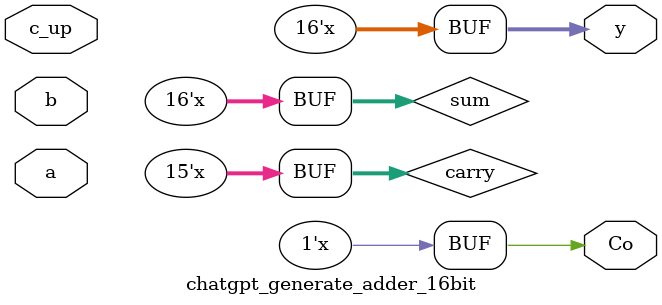
<source format=v>
module chatgpt_generate_adder_16bit (
    input [15:0] a,
    input [15:0] b,
    input c_up,
    output [15:0] y,
    output Co
);

wire [15:0] sum;
wire [15:1] carry;

genvar i;

generate
    for (i = 0; i < 16; i=i+1) begin : generate_block
        assign {carry[i+1], sum[i]} = a[i] + b[i] + carry[i];
    end
endgenerate

assign Co = carry[16];
assign y = sum;

endmodule

</source>
